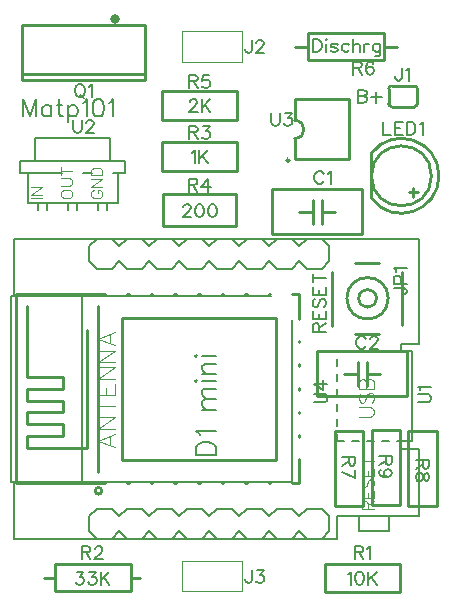
<source format=gto>
G04 Layer: TopSilkscreenLayer*
G04 EasyEDA v6.5.40, 2024-02-04 03:55:30*
G04 936758304a9441538e57e2a98c5da18a,153482dac41149f1974aef67bcea995d,10*
G04 Gerber Generator version 0.2*
G04 Scale: 100 percent, Rotated: No, Reflected: No *
G04 Dimensions in millimeters *
G04 leading zeros omitted , absolute positions ,4 integer and 5 decimal *
%FSLAX45Y45*%
%MOMM*%

%ADD10C,0.1524*%
%ADD11C,0.2032*%
%ADD12C,0.1219*%
%ADD13C,0.1422*%
%ADD14C,0.0813*%
%ADD15C,0.1016*%
%ADD16C,0.2540*%
%ADD17C,0.1200*%
%ADD18C,0.1270*%
%ADD19C,0.4000*%
%ADD20C,0.0129*%

%LPD*%
D10*
X2578100Y4814315D02*
G01*
X2578100Y4705350D01*
X2578100Y4814315D02*
G01*
X2614422Y4814315D01*
X2630170Y4809236D01*
X2640329Y4798821D01*
X2645663Y4788407D01*
X2650743Y4772660D01*
X2650743Y4746752D01*
X2645663Y4731257D01*
X2640329Y4720844D01*
X2630170Y4710429D01*
X2614422Y4705350D01*
X2578100Y4705350D01*
X2685034Y4814315D02*
G01*
X2690368Y4809236D01*
X2695447Y4814315D01*
X2690368Y4819650D01*
X2685034Y4814315D01*
X2690368Y4777994D02*
G01*
X2690368Y4705350D01*
X2786888Y4762500D02*
G01*
X2781808Y4772660D01*
X2766059Y4777994D01*
X2750565Y4777994D01*
X2735072Y4772660D01*
X2729738Y4762500D01*
X2735072Y4752086D01*
X2745486Y4746752D01*
X2771393Y4741671D01*
X2781808Y4736337D01*
X2786888Y4725923D01*
X2786888Y4720844D01*
X2781808Y4710429D01*
X2766059Y4705350D01*
X2750565Y4705350D01*
X2735072Y4710429D01*
X2729738Y4720844D01*
X2883661Y4762500D02*
G01*
X2873247Y4772660D01*
X2862834Y4777994D01*
X2847340Y4777994D01*
X2836925Y4772660D01*
X2826511Y4762500D01*
X2821177Y4746752D01*
X2821177Y4736337D01*
X2826511Y4720844D01*
X2836925Y4710429D01*
X2847340Y4705350D01*
X2862834Y4705350D01*
X2873247Y4710429D01*
X2883661Y4720844D01*
X2917952Y4814315D02*
G01*
X2917952Y4705350D01*
X2917952Y4757165D02*
G01*
X2933445Y4772660D01*
X2943859Y4777994D01*
X2959354Y4777994D01*
X2969768Y4772660D01*
X2975102Y4757165D01*
X2975102Y4705350D01*
X3009391Y4777994D02*
G01*
X3009391Y4705350D01*
X3009391Y4746752D02*
G01*
X3014472Y4762500D01*
X3024886Y4772660D01*
X3035300Y4777994D01*
X3050793Y4777994D01*
X3147568Y4777994D02*
G01*
X3147568Y4694936D01*
X3142234Y4679187D01*
X3137154Y4674107D01*
X3126740Y4668773D01*
X3111245Y4668773D01*
X3100831Y4674107D01*
X3147568Y4762500D02*
G01*
X3137154Y4772660D01*
X3126740Y4777994D01*
X3111245Y4777994D01*
X3100831Y4772660D01*
X3090418Y4762500D01*
X3085084Y4746752D01*
X3085084Y4736337D01*
X3090418Y4720844D01*
X3100831Y4710429D01*
X3111245Y4705350D01*
X3126740Y4705350D01*
X3137154Y4710429D01*
X3147568Y4720844D01*
X1534104Y4280407D02*
G01*
X1534104Y4285487D01*
X1539438Y4295902D01*
X1544518Y4301236D01*
X1554932Y4306315D01*
X1575760Y4306315D01*
X1586174Y4301236D01*
X1591254Y4295902D01*
X1596588Y4285487D01*
X1596588Y4275073D01*
X1591254Y4264660D01*
X1580840Y4249165D01*
X1529024Y4197350D01*
X1601668Y4197350D01*
X1635958Y4306315D02*
G01*
X1635958Y4197350D01*
X1708856Y4306315D02*
G01*
X1635958Y4233671D01*
X1661866Y4259579D02*
G01*
X1708856Y4197350D01*
X1552516Y3853687D02*
G01*
X1562930Y3859021D01*
X1578424Y3874515D01*
X1578424Y3765550D01*
X1612714Y3874515D02*
G01*
X1612714Y3765550D01*
X1685358Y3874515D02*
G01*
X1612714Y3801871D01*
X1638622Y3827779D02*
G01*
X1685358Y3765550D01*
X1480637Y3391407D02*
G01*
X1480637Y3396487D01*
X1485971Y3406902D01*
X1491051Y3412236D01*
X1501465Y3417315D01*
X1522293Y3417315D01*
X1532707Y3412236D01*
X1537787Y3406902D01*
X1543121Y3396487D01*
X1543121Y3386073D01*
X1537787Y3375660D01*
X1527373Y3360165D01*
X1475557Y3308350D01*
X1548201Y3308350D01*
X1613733Y3417315D02*
G01*
X1598239Y3412236D01*
X1587825Y3396487D01*
X1582491Y3370579D01*
X1582491Y3355086D01*
X1587825Y3328923D01*
X1598239Y3313429D01*
X1613733Y3308350D01*
X1624147Y3308350D01*
X1639641Y3313429D01*
X1650055Y3328923D01*
X1655389Y3355086D01*
X1655389Y3370579D01*
X1650055Y3396487D01*
X1639641Y3412236D01*
X1624147Y3417315D01*
X1613733Y3417315D01*
X1720667Y3417315D02*
G01*
X1705173Y3412236D01*
X1694759Y3396487D01*
X1689679Y3370579D01*
X1689679Y3355086D01*
X1694759Y3328923D01*
X1705173Y3313429D01*
X1720667Y3308350D01*
X1731081Y3308350D01*
X1746829Y3313429D01*
X1756989Y3328923D01*
X1762323Y3355086D01*
X1762323Y3370579D01*
X1756989Y3396487D01*
X1746829Y3412236D01*
X1731081Y3417315D01*
X1720667Y3417315D01*
X578230Y305815D02*
G01*
X635380Y305815D01*
X604138Y264160D01*
X619887Y264160D01*
X630046Y259079D01*
X635380Y254000D01*
X640461Y238252D01*
X640461Y227837D01*
X635380Y212344D01*
X624967Y201929D01*
X609472Y196850D01*
X593725Y196850D01*
X578230Y201929D01*
X572896Y207010D01*
X567817Y217423D01*
X685164Y305815D02*
G01*
X742314Y305815D01*
X711327Y264160D01*
X726820Y264160D01*
X737235Y259079D01*
X742314Y254000D01*
X747648Y238252D01*
X747648Y227837D01*
X742314Y212344D01*
X731901Y201929D01*
X716406Y196850D01*
X700912Y196850D01*
X685164Y201929D01*
X680085Y207010D01*
X674751Y217423D01*
X781938Y305815D02*
G01*
X781938Y196850D01*
X854582Y305815D02*
G01*
X781938Y233171D01*
X807846Y259079D02*
G01*
X854582Y196850D01*
X2877177Y284987D02*
G01*
X2887591Y290321D01*
X2903085Y305815D01*
X2903085Y196850D01*
X2968617Y305815D02*
G01*
X2953123Y300736D01*
X2942709Y284987D01*
X2937375Y259079D01*
X2937375Y243586D01*
X2942709Y217423D01*
X2953123Y201929D01*
X2968617Y196850D01*
X2979031Y196850D01*
X2994525Y201929D01*
X3004939Y217423D01*
X3010273Y243586D01*
X3010273Y259079D01*
X3004939Y284987D01*
X2994525Y300736D01*
X2979031Y305815D01*
X2968617Y305815D01*
X3044563Y305815D02*
G01*
X3044563Y196850D01*
X3117207Y305815D02*
G01*
X3044563Y233171D01*
X3070471Y259079D02*
G01*
X3117207Y196850D01*
X2959100Y4385182D02*
G01*
X2959100Y4276217D01*
X2959100Y4385182D02*
G01*
X3005836Y4385182D01*
X3021329Y4380103D01*
X3026663Y4374769D01*
X3031743Y4364354D01*
X3031743Y4353940D01*
X3026663Y4343527D01*
X3021329Y4338446D01*
X3005836Y4333367D01*
X2959100Y4333367D02*
G01*
X3005836Y4333367D01*
X3021329Y4328032D01*
X3026663Y4322953D01*
X3031743Y4312538D01*
X3031743Y4296790D01*
X3026663Y4286377D01*
X3021329Y4281296D01*
X3005836Y4276217D01*
X2959100Y4276217D01*
X3112770Y4369688D02*
G01*
X3112770Y4276217D01*
X3066034Y4322953D02*
G01*
X3159759Y4322953D01*
D11*
X127000Y4304284D02*
G01*
X127000Y4161028D01*
X127000Y4304284D02*
G01*
X181610Y4161028D01*
X235965Y4304284D02*
G01*
X181610Y4161028D01*
X235965Y4304284D02*
G01*
X235965Y4161028D01*
X362965Y4256531D02*
G01*
X362965Y4161028D01*
X362965Y4235957D02*
G01*
X349250Y4249673D01*
X335534Y4256531D01*
X315213Y4256531D01*
X301497Y4249673D01*
X287781Y4235957D01*
X281178Y4215637D01*
X281178Y4201921D01*
X287781Y4181602D01*
X301497Y4167886D01*
X315213Y4161028D01*
X335534Y4161028D01*
X349250Y4167886D01*
X362965Y4181602D01*
X428244Y4304284D02*
G01*
X428244Y4188460D01*
X435102Y4167886D01*
X448818Y4161028D01*
X462534Y4161028D01*
X407923Y4256531D02*
G01*
X455676Y4256531D01*
X507492Y4256531D02*
G01*
X507492Y4113276D01*
X507492Y4235957D02*
G01*
X521207Y4249673D01*
X534670Y4256531D01*
X555244Y4256531D01*
X568705Y4249673D01*
X582421Y4235957D01*
X589279Y4215637D01*
X589279Y4201921D01*
X582421Y4181602D01*
X568705Y4167886D01*
X555244Y4161028D01*
X534670Y4161028D01*
X521207Y4167886D01*
X507492Y4181602D01*
X634237Y4277105D02*
G01*
X647954Y4283710D01*
X668273Y4304284D01*
X668273Y4161028D01*
X754379Y4304284D02*
G01*
X733805Y4297426D01*
X720089Y4277105D01*
X713486Y4242815D01*
X713486Y4222495D01*
X720089Y4188460D01*
X733805Y4167886D01*
X754379Y4161028D01*
X767842Y4161028D01*
X788415Y4167886D01*
X801878Y4188460D01*
X808736Y4222495D01*
X808736Y4242815D01*
X801878Y4277105D01*
X788415Y4297426D01*
X767842Y4304284D01*
X754379Y4304284D01*
X853694Y4277105D02*
G01*
X867410Y4283710D01*
X887984Y4304284D01*
X887984Y4161028D01*
D10*
X3024377Y2273807D02*
G01*
X3019043Y2284221D01*
X3008629Y2294636D01*
X2998470Y2299715D01*
X2977641Y2299715D01*
X2967227Y2294636D01*
X2956813Y2284221D01*
X2951479Y2273807D01*
X2946400Y2258060D01*
X2946400Y2232152D01*
X2951479Y2216657D01*
X2956813Y2206244D01*
X2967227Y2195829D01*
X2977641Y2190750D01*
X2998470Y2190750D01*
X3008629Y2195829D01*
X3019043Y2206244D01*
X3024377Y2216657D01*
X3063747Y2273807D02*
G01*
X3063747Y2278887D01*
X3069081Y2289302D01*
X3074161Y2294636D01*
X3084575Y2299715D01*
X3105404Y2299715D01*
X3115818Y2294636D01*
X3120897Y2289302D01*
X3126231Y2278887D01*
X3126231Y2268473D01*
X3120897Y2258060D01*
X3110484Y2242565D01*
X3058668Y2190750D01*
X3131311Y2190750D01*
X3262884Y2706370D02*
G01*
X3345941Y2706370D01*
X3361690Y2701036D01*
X3366770Y2695955D01*
X3371850Y2685542D01*
X3371850Y2675128D01*
X3366770Y2664713D01*
X3361690Y2659379D01*
X3345941Y2654300D01*
X3335527Y2654300D01*
X3262884Y2740660D02*
G01*
X3371850Y2740660D01*
X3262884Y2740660D02*
G01*
X3262884Y2787395D01*
X3267963Y2802889D01*
X3273297Y2807970D01*
X3283711Y2813304D01*
X3299206Y2813304D01*
X3309620Y2807970D01*
X3314700Y2802889D01*
X3320034Y2787395D01*
X3320034Y2740660D01*
X3283711Y2847594D02*
G01*
X3278377Y2858007D01*
X3262884Y2873502D01*
X3371850Y2873502D01*
X2577084Y2336800D02*
G01*
X2686050Y2336800D01*
X2577084Y2336800D02*
G01*
X2577084Y2383536D01*
X2582163Y2399029D01*
X2587497Y2404363D01*
X2597911Y2409444D01*
X2608325Y2409444D01*
X2618740Y2404363D01*
X2623820Y2399029D01*
X2628900Y2383536D01*
X2628900Y2336800D01*
X2628900Y2373121D02*
G01*
X2686050Y2409444D01*
X2577084Y2443734D02*
G01*
X2686050Y2443734D01*
X2577084Y2443734D02*
G01*
X2577084Y2511297D01*
X2628900Y2443734D02*
G01*
X2628900Y2485389D01*
X2686050Y2443734D02*
G01*
X2686050Y2511297D01*
X2592577Y2618486D02*
G01*
X2582163Y2608071D01*
X2577084Y2592323D01*
X2577084Y2571750D01*
X2582163Y2556002D01*
X2592577Y2545587D01*
X2602991Y2545587D01*
X2613406Y2550921D01*
X2618740Y2556002D01*
X2623820Y2566415D01*
X2634234Y2597657D01*
X2639313Y2608071D01*
X2644647Y2613152D01*
X2655061Y2618486D01*
X2670556Y2618486D01*
X2680970Y2608071D01*
X2686050Y2592323D01*
X2686050Y2571750D01*
X2680970Y2556002D01*
X2670556Y2545587D01*
X2577084Y2652776D02*
G01*
X2686050Y2652776D01*
X2577084Y2652776D02*
G01*
X2577084Y2720339D01*
X2628900Y2652776D02*
G01*
X2628900Y2694178D01*
X2686050Y2652776D02*
G01*
X2686050Y2720339D01*
X2577084Y2790952D02*
G01*
X2686050Y2790952D01*
X2577084Y2754629D02*
G01*
X2577084Y2827273D01*
X2934715Y1276350D02*
G01*
X2825750Y1276350D01*
X2934715Y1276350D02*
G01*
X2934715Y1229613D01*
X2929636Y1214120D01*
X2924302Y1208786D01*
X2913888Y1203705D01*
X2903474Y1203705D01*
X2893059Y1208786D01*
X2887979Y1214120D01*
X2882900Y1229613D01*
X2882900Y1276350D01*
X2882900Y1240028D02*
G01*
X2825750Y1203705D01*
X2934715Y1096518D02*
G01*
X2825750Y1148587D01*
X2934715Y1169415D02*
G01*
X2934715Y1096518D01*
X3559360Y1250950D02*
G01*
X3450394Y1250950D01*
X3559360Y1250950D02*
G01*
X3559360Y1204213D01*
X3554280Y1188720D01*
X3548946Y1183386D01*
X3538532Y1178305D01*
X3528118Y1178305D01*
X3517704Y1183386D01*
X3512624Y1188720D01*
X3507544Y1204213D01*
X3507544Y1250950D01*
X3507544Y1214628D02*
G01*
X3450394Y1178305D01*
X3559360Y1117854D02*
G01*
X3554280Y1133602D01*
X3543866Y1138681D01*
X3533452Y1138681D01*
X3523038Y1133602D01*
X3517704Y1123187D01*
X3512624Y1102360D01*
X3507544Y1086865D01*
X3497130Y1076452D01*
X3486716Y1071118D01*
X3470968Y1071118D01*
X3460554Y1076452D01*
X3455474Y1081531D01*
X3450394Y1097279D01*
X3450394Y1117854D01*
X3455474Y1133602D01*
X3460554Y1138681D01*
X3470968Y1144015D01*
X3486716Y1144015D01*
X3497130Y1138681D01*
X3507544Y1128268D01*
X3512624Y1112773D01*
X3517704Y1091945D01*
X3523038Y1081531D01*
X3533452Y1076452D01*
X3543866Y1076452D01*
X3554280Y1081531D01*
X3559360Y1097279D01*
X3559360Y1117854D01*
X3245860Y1282700D02*
G01*
X3136894Y1282700D01*
X3245860Y1282700D02*
G01*
X3245860Y1235963D01*
X3240780Y1220470D01*
X3235446Y1215136D01*
X3225032Y1210055D01*
X3214618Y1210055D01*
X3204204Y1215136D01*
X3199124Y1220470D01*
X3194044Y1235963D01*
X3194044Y1282700D01*
X3194044Y1246378D02*
G01*
X3136894Y1210055D01*
X3209538Y1108202D02*
G01*
X3194044Y1113281D01*
X3183630Y1123695D01*
X3178296Y1139189D01*
X3178296Y1144523D01*
X3183630Y1160018D01*
X3194044Y1170431D01*
X3209538Y1175765D01*
X3214618Y1175765D01*
X3230366Y1170431D01*
X3240780Y1160018D01*
X3245860Y1144523D01*
X3245860Y1139189D01*
X3240780Y1123695D01*
X3230366Y1113281D01*
X3209538Y1108202D01*
X3183630Y1108202D01*
X3157468Y1113281D01*
X3141974Y1123695D01*
X3136894Y1139189D01*
X3136894Y1149604D01*
X3141974Y1165352D01*
X3152388Y1170431D01*
X2668777Y3670807D02*
G01*
X2663443Y3681221D01*
X2653029Y3691636D01*
X2642870Y3696715D01*
X2622041Y3696715D01*
X2611627Y3691636D01*
X2601213Y3681221D01*
X2595879Y3670807D01*
X2590800Y3655060D01*
X2590800Y3629152D01*
X2595879Y3613657D01*
X2601213Y3603244D01*
X2611627Y3592829D01*
X2622041Y3587750D01*
X2642870Y3587750D01*
X2653029Y3592829D01*
X2663443Y3603244D01*
X2668777Y3613657D01*
X2703068Y3675887D02*
G01*
X2713481Y3681221D01*
X2728975Y3696715D01*
X2728975Y3587750D01*
X3328670Y4573015D02*
G01*
X3328670Y4489957D01*
X3323336Y4474210D01*
X3318256Y4469129D01*
X3307841Y4464050D01*
X3297427Y4464050D01*
X3287013Y4469129D01*
X3281679Y4474210D01*
X3276600Y4489957D01*
X3276600Y4500371D01*
X3362959Y4552187D02*
G01*
X3373120Y4557521D01*
X3388868Y4573015D01*
X3388868Y4464050D01*
X2058670Y4807280D02*
G01*
X2058670Y4724222D01*
X2053336Y4708474D01*
X2048256Y4703394D01*
X2037841Y4698314D01*
X2027427Y4698314D01*
X2017013Y4703394D01*
X2011679Y4708474D01*
X2006600Y4724222D01*
X2006600Y4734636D01*
X2098040Y4781372D02*
G01*
X2098040Y4786452D01*
X2103120Y4796866D01*
X2108454Y4802200D01*
X2118868Y4807280D01*
X2139695Y4807280D01*
X2150109Y4802200D01*
X2155190Y4796866D01*
X2160270Y4786452D01*
X2160270Y4776038D01*
X2155190Y4765624D01*
X2144775Y4750130D01*
X2092959Y4698314D01*
X2165604Y4698314D01*
X2058670Y318515D02*
G01*
X2058670Y235457D01*
X2053336Y219710D01*
X2048256Y214629D01*
X2037841Y209550D01*
X2027427Y209550D01*
X2017013Y214629D01*
X2011679Y219710D01*
X2006600Y235457D01*
X2006600Y245871D01*
X2103120Y318515D02*
G01*
X2160270Y318515D01*
X2129281Y276860D01*
X2144775Y276860D01*
X2155190Y271779D01*
X2160270Y266700D01*
X2165604Y250952D01*
X2165604Y240537D01*
X2160270Y225044D01*
X2150109Y214629D01*
X2134361Y209550D01*
X2118868Y209550D01*
X2103120Y214629D01*
X2098040Y219710D01*
X2092959Y230123D01*
X3175000Y4115815D02*
G01*
X3175000Y4006850D01*
X3175000Y4006850D02*
G01*
X3237229Y4006850D01*
X3271520Y4115815D02*
G01*
X3271520Y4006850D01*
X3271520Y4115815D02*
G01*
X3339084Y4115815D01*
X3271520Y4064000D02*
G01*
X3313175Y4064000D01*
X3271520Y4006850D02*
G01*
X3339084Y4006850D01*
X3373374Y4115815D02*
G01*
X3373374Y4006850D01*
X3373374Y4115815D02*
G01*
X3409950Y4115815D01*
X3425443Y4110736D01*
X3435858Y4100321D01*
X3440938Y4089907D01*
X3446272Y4074160D01*
X3446272Y4048252D01*
X3440938Y4032757D01*
X3435858Y4022344D01*
X3425443Y4011929D01*
X3409950Y4006850D01*
X3373374Y4006850D01*
X3480561Y4094987D02*
G01*
X3490975Y4100321D01*
X3506470Y4115815D01*
X3506470Y4006850D01*
X594487Y4433315D02*
G01*
X584072Y4428236D01*
X573659Y4417821D01*
X568325Y4407407D01*
X563245Y4391660D01*
X563245Y4365752D01*
X568325Y4350257D01*
X573659Y4339844D01*
X584072Y4329429D01*
X594487Y4324350D01*
X615314Y4324350D01*
X625475Y4329429D01*
X635888Y4339844D01*
X641222Y4350257D01*
X646303Y4365752D01*
X646303Y4391660D01*
X641222Y4407407D01*
X635888Y4417821D01*
X625475Y4428236D01*
X615314Y4433315D01*
X594487Y4433315D01*
X609980Y4344923D02*
G01*
X641222Y4313936D01*
X680593Y4412487D02*
G01*
X691006Y4417821D01*
X706754Y4433315D01*
X706754Y4324350D01*
X2930641Y521715D02*
G01*
X2930641Y412750D01*
X2930641Y521715D02*
G01*
X2977377Y521715D01*
X2992871Y516636D01*
X2998205Y511302D01*
X3003285Y500887D01*
X3003285Y490473D01*
X2998205Y480060D01*
X2992871Y474979D01*
X2977377Y469900D01*
X2930641Y469900D01*
X2966963Y469900D02*
G01*
X3003285Y412750D01*
X3037575Y500887D02*
G01*
X3047989Y506221D01*
X3063737Y521715D01*
X3063737Y412750D01*
X621284Y521715D02*
G01*
X621284Y412750D01*
X621284Y521715D02*
G01*
X668020Y521715D01*
X683513Y516636D01*
X688847Y511302D01*
X693928Y500887D01*
X693928Y490473D01*
X688847Y480060D01*
X683513Y474979D01*
X668020Y469900D01*
X621284Y469900D01*
X657605Y469900D02*
G01*
X693928Y412750D01*
X733552Y495807D02*
G01*
X733552Y500887D01*
X738631Y511302D01*
X743965Y516636D01*
X754379Y521715D01*
X774954Y521715D01*
X785368Y516636D01*
X790702Y511302D01*
X795781Y500887D01*
X795781Y490473D01*
X790702Y480060D01*
X780287Y464565D01*
X728218Y412750D01*
X801115Y412750D01*
X1529021Y4077715D02*
G01*
X1529021Y3968750D01*
X1529021Y4077715D02*
G01*
X1575757Y4077715D01*
X1591251Y4072636D01*
X1596585Y4067302D01*
X1601665Y4056887D01*
X1601665Y4046473D01*
X1596585Y4036060D01*
X1591251Y4030979D01*
X1575757Y4025900D01*
X1529021Y4025900D01*
X1565343Y4025900D02*
G01*
X1601665Y3968750D01*
X1646369Y4077715D02*
G01*
X1703519Y4077715D01*
X1672531Y4036060D01*
X1688025Y4036060D01*
X1698439Y4030979D01*
X1703519Y4025900D01*
X1708853Y4010152D01*
X1708853Y3999737D01*
X1703519Y3984244D01*
X1693105Y3973829D01*
X1677611Y3968750D01*
X1662117Y3968750D01*
X1646369Y3973829D01*
X1641289Y3978910D01*
X1635955Y3989323D01*
X1526484Y3633215D02*
G01*
X1526484Y3524250D01*
X1526484Y3633215D02*
G01*
X1573220Y3633215D01*
X1588714Y3628136D01*
X1594048Y3622802D01*
X1599128Y3612387D01*
X1599128Y3601973D01*
X1594048Y3591560D01*
X1588714Y3586479D01*
X1573220Y3581400D01*
X1526484Y3581400D01*
X1562806Y3581400D02*
G01*
X1599128Y3524250D01*
X1685488Y3633215D02*
G01*
X1633418Y3560571D01*
X1711396Y3560571D01*
X1685488Y3633215D02*
G01*
X1685488Y3524250D01*
X1529021Y4509515D02*
G01*
X1529021Y4400550D01*
X1529021Y4509515D02*
G01*
X1575757Y4509515D01*
X1591251Y4504436D01*
X1596585Y4499102D01*
X1601665Y4488687D01*
X1601665Y4478273D01*
X1596585Y4467860D01*
X1591251Y4462779D01*
X1575757Y4457700D01*
X1529021Y4457700D01*
X1565343Y4457700D02*
G01*
X1601665Y4400550D01*
X1698439Y4509515D02*
G01*
X1646369Y4509515D01*
X1641289Y4462779D01*
X1646369Y4467860D01*
X1662117Y4473194D01*
X1677611Y4473194D01*
X1693105Y4467860D01*
X1703519Y4457700D01*
X1708853Y4441952D01*
X1708853Y4431537D01*
X1703519Y4416044D01*
X1693105Y4405629D01*
X1677611Y4400550D01*
X1662117Y4400550D01*
X1646369Y4405629D01*
X1641289Y4410710D01*
X1635955Y4421123D01*
X2921000Y4623815D02*
G01*
X2921000Y4514850D01*
X2921000Y4623815D02*
G01*
X2967736Y4623815D01*
X2983229Y4618736D01*
X2988563Y4613402D01*
X2993643Y4602987D01*
X2993643Y4592573D01*
X2988563Y4582160D01*
X2983229Y4577079D01*
X2967736Y4572000D01*
X2921000Y4572000D01*
X2957322Y4572000D02*
G01*
X2993643Y4514850D01*
X3090418Y4608321D02*
G01*
X3085084Y4618736D01*
X3069590Y4623815D01*
X3059175Y4623815D01*
X3043681Y4618736D01*
X3033268Y4602987D01*
X3027934Y4577079D01*
X3027934Y4551171D01*
X3033268Y4530344D01*
X3043681Y4519929D01*
X3059175Y4514850D01*
X3064509Y4514850D01*
X3080004Y4519929D01*
X3090418Y4530344D01*
X3095497Y4545837D01*
X3095497Y4551171D01*
X3090418Y4566665D01*
X3080004Y4577079D01*
X3064509Y4582160D01*
X3059175Y4582160D01*
X3043681Y4577079D01*
X3033268Y4566665D01*
X3027934Y4551171D01*
X3466084Y1739900D02*
G01*
X3544061Y1739900D01*
X3559556Y1744979D01*
X3569970Y1755394D01*
X3575050Y1771142D01*
X3575050Y1781555D01*
X3569970Y1797050D01*
X3559556Y1807463D01*
X3544061Y1812544D01*
X3466084Y1812544D01*
X3486911Y1846834D02*
G01*
X3481577Y1857247D01*
X3466084Y1872995D01*
X3575050Y1872995D01*
D12*
X760729Y1416601D02*
G01*
X906018Y1361229D01*
X760729Y1416601D02*
G01*
X906018Y1471973D01*
X857504Y1382057D02*
G01*
X857504Y1451399D01*
X760729Y1517693D02*
G01*
X906018Y1517693D01*
X760729Y1517693D02*
G01*
X906018Y1614721D01*
X760729Y1614721D02*
G01*
X906018Y1614721D01*
X760729Y1708955D02*
G01*
X906018Y1708955D01*
X760729Y1660441D02*
G01*
X760729Y1757469D01*
X760729Y1803189D02*
G01*
X906018Y1803189D01*
X760729Y1803189D02*
G01*
X760729Y1893359D01*
X829818Y1803189D02*
G01*
X829818Y1858561D01*
X906018Y1803189D02*
G01*
X906018Y1893359D01*
X760729Y1939079D02*
G01*
X906018Y1939079D01*
X760729Y1939079D02*
G01*
X906018Y2035853D01*
X760729Y2035853D02*
G01*
X906018Y2035853D01*
X760729Y2081573D02*
G01*
X906018Y2081573D01*
X760729Y2081573D02*
G01*
X906018Y2178601D01*
X760729Y2178601D02*
G01*
X906018Y2178601D01*
X760729Y2279693D02*
G01*
X906018Y2224321D01*
X760729Y2279693D02*
G01*
X906018Y2335319D01*
X857504Y2245149D02*
G01*
X857504Y2314491D01*
D13*
X1585976Y1294129D02*
G01*
X1755647Y1294129D01*
X1585976Y1294129D02*
G01*
X1585976Y1350771D01*
X1593850Y1374902D01*
X1610105Y1391157D01*
X1626362Y1399286D01*
X1650492Y1407160D01*
X1690878Y1407160D01*
X1715262Y1399286D01*
X1731263Y1391157D01*
X1747520Y1374902D01*
X1755647Y1350771D01*
X1755647Y1294129D01*
X1618234Y1460500D02*
G01*
X1610105Y1476755D01*
X1585976Y1501139D01*
X1755647Y1501139D01*
X1642363Y1678939D02*
G01*
X1755647Y1678939D01*
X1674876Y1678939D02*
G01*
X1650492Y1703070D01*
X1642363Y1719326D01*
X1642363Y1743455D01*
X1650492Y1759712D01*
X1674876Y1767839D01*
X1755647Y1767839D01*
X1674876Y1767839D02*
G01*
X1650492Y1791970D01*
X1642363Y1808226D01*
X1642363Y1832355D01*
X1650492Y1848612D01*
X1674876Y1856739D01*
X1755647Y1856739D01*
X1585976Y1910079D02*
G01*
X1593850Y1917954D01*
X1585976Y1926081D01*
X1577847Y1917954D01*
X1585976Y1910079D01*
X1642363Y1917954D02*
G01*
X1755647Y1917954D01*
X1642363Y1979421D02*
G01*
X1755647Y1979421D01*
X1674876Y1979421D02*
G01*
X1650492Y2003805D01*
X1642363Y2019807D01*
X1642363Y2044192D01*
X1650492Y2060194D01*
X1674876Y2068321D01*
X1755647Y2068321D01*
X1585976Y2121662D02*
G01*
X1593850Y2129789D01*
X1585976Y2137918D01*
X1577847Y2129789D01*
X1585976Y2121662D01*
X1642363Y2129789D02*
G01*
X1755647Y2129789D01*
D14*
X2996184Y838200D02*
G01*
X3093211Y838200D01*
X2996184Y838200D02*
G01*
X2996184Y879855D01*
X3001009Y893571D01*
X3005581Y898144D01*
X3014725Y902970D01*
X3023870Y902970D01*
X3033268Y898144D01*
X3037840Y893571D01*
X3042411Y879855D01*
X3042411Y838200D01*
X3042411Y870457D02*
G01*
X3093211Y902970D01*
X2996184Y933450D02*
G01*
X3093211Y933450D01*
X2996184Y933450D02*
G01*
X2996184Y993394D01*
X3042411Y933450D02*
G01*
X3042411Y970279D01*
X3093211Y933450D02*
G01*
X3093211Y993394D01*
X3010154Y1088389D02*
G01*
X3001009Y1079245D01*
X2996184Y1065529D01*
X2996184Y1046987D01*
X3001009Y1033018D01*
X3010154Y1023873D01*
X3019297Y1023873D01*
X3028695Y1028445D01*
X3033268Y1033018D01*
X3037840Y1042415D01*
X3046984Y1070102D01*
X3051809Y1079245D01*
X3056381Y1083818D01*
X3065525Y1088389D01*
X3079495Y1088389D01*
X3088640Y1079245D01*
X3093211Y1065529D01*
X3093211Y1046987D01*
X3088640Y1033018D01*
X3079495Y1023873D01*
X2996184Y1118870D02*
G01*
X3093211Y1118870D01*
X2996184Y1118870D02*
G01*
X2996184Y1179068D01*
X3042411Y1118870D02*
G01*
X3042411Y1155954D01*
X3093211Y1118870D02*
G01*
X3093211Y1179068D01*
X2996184Y1241805D02*
G01*
X3093211Y1241805D01*
X2996184Y1209547D02*
G01*
X2996184Y1274063D01*
D15*
X2970529Y1619250D02*
G01*
X3057143Y1619250D01*
X3074670Y1625092D01*
X3086100Y1636521D01*
X3091941Y1653794D01*
X3091941Y1665478D01*
X3086100Y1682750D01*
X3074670Y1694179D01*
X3057143Y1700021D01*
X2970529Y1700021D01*
X2988056Y1818894D02*
G01*
X2976372Y1807463D01*
X2970529Y1790192D01*
X2970529Y1767078D01*
X2976372Y1749805D01*
X2988056Y1738121D01*
X2999486Y1738121D01*
X3011170Y1743963D01*
X3016758Y1749805D01*
X3022600Y1761236D01*
X3034029Y1795779D01*
X3039872Y1807463D01*
X3045713Y1813305D01*
X3057143Y1818894D01*
X3074670Y1818894D01*
X3086100Y1807463D01*
X3091941Y1790192D01*
X3091941Y1767078D01*
X3086100Y1749805D01*
X3074670Y1738121D01*
X2970529Y1856994D02*
G01*
X3091941Y1856994D01*
X2970529Y1856994D02*
G01*
X2970529Y1909063D01*
X2976372Y1926336D01*
X2982213Y1932178D01*
X2993643Y1938020D01*
X3005327Y1938020D01*
X3016758Y1932178D01*
X3022600Y1926336D01*
X3028441Y1909063D01*
X3028441Y1856994D02*
G01*
X3028441Y1909063D01*
X3034029Y1926336D01*
X3039872Y1932178D01*
X3051556Y1938020D01*
X3068827Y1938020D01*
X3080258Y1932178D01*
X3086100Y1926336D01*
X3091941Y1909063D01*
X3091941Y1856994D01*
D10*
X546100Y4128515D02*
G01*
X546100Y4050537D01*
X551179Y4035044D01*
X561594Y4024629D01*
X577342Y4019550D01*
X587755Y4019550D01*
X603250Y4024629D01*
X613663Y4035044D01*
X618744Y4050537D01*
X618744Y4128515D01*
X658368Y4102607D02*
G01*
X658368Y4107687D01*
X663447Y4118102D01*
X668781Y4123436D01*
X679195Y4128515D01*
X699770Y4128515D01*
X710184Y4123436D01*
X715518Y4118102D01*
X720597Y4107687D01*
X720597Y4097273D01*
X715518Y4086860D01*
X705104Y4071365D01*
X653034Y4019550D01*
X725931Y4019550D01*
D14*
X720597Y3536442D02*
G01*
X711454Y3531870D01*
X702310Y3522471D01*
X697484Y3513328D01*
X697484Y3494786D01*
X702310Y3485642D01*
X711454Y3476244D01*
X720597Y3471671D01*
X734568Y3467100D01*
X757681Y3467100D01*
X771397Y3471671D01*
X780795Y3476244D01*
X789939Y3485642D01*
X794512Y3494786D01*
X794512Y3513328D01*
X789939Y3522471D01*
X780795Y3531870D01*
X771397Y3536442D01*
X757681Y3536442D01*
X757681Y3513328D02*
G01*
X757681Y3536442D01*
X697484Y3566921D02*
G01*
X794512Y3566921D01*
X697484Y3566921D02*
G01*
X794512Y3631437D01*
X697484Y3631437D02*
G01*
X794512Y3631437D01*
X697484Y3661918D02*
G01*
X794512Y3661918D01*
X697484Y3661918D02*
G01*
X697484Y3694429D01*
X702310Y3708145D01*
X711454Y3717289D01*
X720597Y3722115D01*
X734568Y3726687D01*
X757681Y3726687D01*
X771397Y3722115D01*
X780795Y3717289D01*
X789939Y3708145D01*
X794512Y3694429D01*
X794512Y3661918D01*
X443484Y3494786D02*
G01*
X448310Y3485642D01*
X457454Y3476244D01*
X466597Y3471671D01*
X480568Y3467100D01*
X503681Y3467100D01*
X517397Y3471671D01*
X526795Y3476244D01*
X535939Y3485642D01*
X540512Y3494786D01*
X540512Y3513328D01*
X535939Y3522471D01*
X526795Y3531870D01*
X517397Y3536442D01*
X503681Y3541013D01*
X480568Y3541013D01*
X466597Y3536442D01*
X457454Y3531870D01*
X448310Y3522471D01*
X443484Y3513328D01*
X443484Y3494786D01*
X443484Y3571494D02*
G01*
X512826Y3571494D01*
X526795Y3576065D01*
X535939Y3585210D01*
X540512Y3599179D01*
X540512Y3608323D01*
X535939Y3622294D01*
X526795Y3631437D01*
X512826Y3636010D01*
X443484Y3636010D01*
X443484Y3699002D02*
G01*
X540512Y3699002D01*
X443484Y3666489D02*
G01*
X443484Y3731260D01*
X189484Y3467100D02*
G01*
X286512Y3467100D01*
X189484Y3497579D02*
G01*
X286512Y3497579D01*
X189484Y3497579D02*
G01*
X286512Y3562350D01*
X189484Y3562350D02*
G01*
X286512Y3562350D01*
D10*
X2222500Y4192015D02*
G01*
X2222500Y4114037D01*
X2227579Y4098544D01*
X2237993Y4088129D01*
X2253741Y4083050D01*
X2264156Y4083050D01*
X2279650Y4088129D01*
X2290063Y4098544D01*
X2295143Y4114037D01*
X2295143Y4192015D01*
X2339847Y4192015D02*
G01*
X2396997Y4192015D01*
X2366009Y4150360D01*
X2381504Y4150360D01*
X2391918Y4145279D01*
X2396997Y4140200D01*
X2402331Y4124452D01*
X2402331Y4114037D01*
X2396997Y4098544D01*
X2386584Y4088129D01*
X2371090Y4083050D01*
X2355595Y4083050D01*
X2339847Y4088129D01*
X2334768Y4093210D01*
X2329434Y4103623D01*
X2589784Y1739900D02*
G01*
X2667761Y1739900D01*
X2683256Y1744979D01*
X2693670Y1755394D01*
X2698750Y1771142D01*
X2698750Y1781555D01*
X2693670Y1797050D01*
X2683256Y1807463D01*
X2667761Y1812544D01*
X2589784Y1812544D01*
X2589784Y1898904D02*
G01*
X2662427Y1846834D01*
X2662427Y1924812D01*
X2589784Y1898904D02*
G01*
X2698750Y1898904D01*
D16*
X3037199Y1981641D02*
G01*
X3149600Y1981641D01*
X2957200Y1980758D02*
G01*
X2844800Y1980758D01*
X3037199Y1881200D02*
G01*
X3037199Y2081199D01*
X2957200Y2081199D02*
G01*
X2957200Y1881200D01*
X2616200Y2171700D02*
G01*
X3378200Y2171700D01*
X3378200Y2171700D02*
G01*
X3378200Y1790700D01*
X3378200Y1790700D02*
G01*
X2616200Y1790700D01*
X2616200Y1790700D02*
G01*
X2616200Y2171700D01*
X3335299Y2843631D02*
G01*
X3335299Y2396200D01*
X3139747Y2316200D02*
G01*
X2930852Y2316200D01*
X3139747Y2916199D02*
G01*
X2930852Y2916199D01*
X2735300Y2843631D02*
G01*
X2735300Y2388768D01*
X3002899Y1496100D02*
G01*
X3002899Y866099D01*
X3002899Y866099D02*
G01*
X2762900Y866099D01*
X2762900Y866099D02*
G01*
X2762900Y1496100D01*
X2762900Y1496100D02*
G01*
X3002899Y1496100D01*
X3625199Y1496100D02*
G01*
X3625199Y866099D01*
X3625199Y866099D02*
G01*
X3385200Y866099D01*
X3385200Y866099D02*
G01*
X3385200Y1496100D01*
X3385200Y1496100D02*
G01*
X3625199Y1496100D01*
X3314044Y1502450D02*
G01*
X3314044Y872449D01*
X3314044Y872449D02*
G01*
X3074045Y872449D01*
X3074045Y872449D02*
G01*
X3074045Y1502450D01*
X3074045Y1502450D02*
G01*
X3314044Y1502450D01*
X2656199Y3353241D02*
G01*
X2768600Y3353241D01*
X2576200Y3352358D02*
G01*
X2463800Y3352358D01*
X2656199Y3252800D02*
G01*
X2656199Y3452799D01*
X2576200Y3452799D02*
G01*
X2576200Y3252800D01*
X2235200Y3543300D02*
G01*
X2997200Y3543300D01*
X2997200Y3543300D02*
G01*
X2997200Y3162300D01*
X2997200Y3162300D02*
G01*
X2235200Y3162300D01*
X2235200Y3162300D02*
G01*
X2235200Y3543300D01*
X3435350Y4241800D02*
G01*
X3244850Y4241800D01*
X3244850Y4419600D02*
G01*
X3435350Y4419600D01*
X3460750Y4394200D02*
G01*
X3460750Y4267200D01*
X3219450Y4394200D02*
G01*
X3219450Y4267200D01*
D17*
X1974850Y4882799D02*
G01*
X1467645Y4882799D01*
X1467645Y4876800D02*
G01*
X1467645Y4622800D01*
X1974850Y4622800D01*
X1974850Y4882799D01*
X1974850Y399699D02*
G01*
X1467645Y399699D01*
X1467645Y393700D02*
G01*
X1467645Y139700D01*
X1974850Y139700D01*
X1974850Y399699D01*
D16*
X3429294Y3555710D02*
G01*
X3429294Y3479510D01*
X3073400Y3848100D02*
G01*
X3073400Y3467100D01*
X3467404Y3517595D02*
G01*
X3391204Y3517595D01*
X114302Y4521197D02*
G01*
X1155702Y4521197D01*
X1155014Y4471695D02*
G01*
X115011Y4471695D01*
X115011Y4931689D01*
X1155014Y4931689D01*
X1155014Y4471695D01*
X2682199Y373999D02*
G01*
X3312200Y373999D01*
X3312200Y373999D02*
G01*
X3312200Y134000D01*
X3312200Y134000D02*
G01*
X2682199Y134000D01*
X2682199Y134000D02*
G01*
X2682199Y373999D01*
X380994Y254000D02*
G01*
X304794Y254000D01*
X1041394Y254000D02*
G01*
X1117594Y254000D01*
X393687Y368300D02*
G01*
X1041387Y368300D01*
X1041387Y139700D01*
X393687Y139700D01*
X393687Y368300D01*
X1303942Y3942699D02*
G01*
X1933943Y3942699D01*
X1933943Y3942699D02*
G01*
X1933943Y3702700D01*
X1933943Y3702700D02*
G01*
X1303942Y3702700D01*
X1303942Y3702700D02*
G01*
X1303942Y3942699D01*
X1308943Y3500498D02*
G01*
X1928942Y3500501D01*
X1308943Y3230501D02*
G01*
X1928942Y3230498D01*
X1928942Y3230501D02*
G01*
X1928942Y3500501D01*
X1308943Y3230498D02*
G01*
X1308943Y3500498D01*
X1303942Y4374499D02*
G01*
X1933943Y4374499D01*
X1933943Y4374499D02*
G01*
X1933943Y4134500D01*
X1933943Y4134500D02*
G01*
X1303942Y4134500D01*
X1303942Y4134500D02*
G01*
X1303942Y4374499D01*
X2425621Y4749800D02*
G01*
X2532499Y4749800D01*
X3182500Y4749396D02*
G01*
X3289378Y4749396D01*
X2532499Y4634798D02*
G01*
X2532499Y4864801D01*
X2532499Y4864801D02*
G01*
X3182500Y4864801D01*
X3182500Y4861798D02*
G01*
X3182500Y4637801D01*
X3182500Y4634798D02*
G01*
X2532499Y4634798D01*
D18*
X1511300Y584200D02*
G01*
X1447800Y647700D01*
X1384300Y584200D01*
X1257300Y584200D01*
X1193800Y647700D01*
X1130300Y584200D01*
X1003300Y584200D01*
X939800Y647700D01*
X876300Y584200D01*
X749300Y584200D01*
X685800Y647700D01*
X685800Y774700D01*
X749300Y838200D01*
X876300Y838200D01*
X939800Y774700D01*
X1003300Y838200D01*
X1130300Y838200D01*
X1193800Y774700D01*
X1257300Y838200D01*
X1384300Y838200D01*
X1447800Y774700D01*
X1511300Y838200D01*
X1638300Y838200D01*
X1701800Y774700D01*
X1765300Y838200D01*
X1892300Y838200D01*
X1955800Y774700D01*
X2019300Y838200D01*
X2146300Y838200D01*
X2209800Y774700D01*
X2273300Y838200D01*
X2400300Y838200D01*
X2463800Y774700D01*
X2527300Y838200D01*
X2654300Y838200D01*
X2717800Y774700D01*
X2717800Y647700D01*
X2654300Y584200D01*
X1638300Y584200D02*
G01*
X1701800Y647700D01*
X1765300Y584200D01*
X1892300Y584200D02*
G01*
X1955800Y647700D01*
X2019300Y584200D01*
X2146300Y584200D02*
G01*
X2209800Y647700D01*
X2273300Y584200D01*
X2400300Y584200D02*
G01*
X2463800Y647700D01*
X2527300Y584200D01*
X749300Y584200D02*
G01*
X50800Y584200D01*
X50800Y1066800D01*
X622300Y1066800D01*
X622300Y2641600D01*
X2222500Y2641600D01*
X622300Y2641600D02*
G01*
X50800Y2641600D01*
X50800Y3124200D01*
X749300Y3124200D01*
X876300Y3124200D01*
X1003300Y3124200D01*
X1130300Y3124200D01*
X1257300Y3124200D01*
X1384300Y3124200D01*
X3479800Y3124200D01*
X3479800Y2235200D01*
X3327400Y2235200D01*
X3327400Y2171700D01*
X3289300Y2171700D01*
X1257300Y584200D02*
G01*
X1130300Y584200D01*
X1003300Y584200D02*
G01*
X876300Y584200D01*
X1384300Y3124200D02*
G01*
X1447800Y3060700D01*
X1511300Y3124200D01*
X1638300Y3124200D02*
G01*
X1701800Y3060700D01*
X1765300Y3124200D01*
X1892300Y3124200D02*
G01*
X1955800Y3060700D01*
X2019300Y3124200D01*
X2146300Y3124200D02*
G01*
X2209800Y3060700D01*
X2273300Y3124200D01*
X2400300Y3124200D02*
G01*
X2463800Y3060700D01*
X2527300Y3124200D01*
X2654300Y3124200D02*
G01*
X2717800Y3060700D01*
X2717800Y2933700D01*
X2654300Y2870200D01*
X2527300Y2870200D01*
X2463800Y2933700D01*
X2400300Y2870200D01*
X2273300Y2870200D01*
X2209800Y2933700D01*
X2146300Y2870200D01*
X2019300Y2870200D01*
X1955800Y2933700D01*
X1892300Y2870200D01*
X1765300Y2870200D01*
X1701800Y2933700D01*
X1638300Y2870200D01*
X1511300Y2870200D01*
X1447800Y2933700D01*
X1384300Y2870200D01*
X1257300Y2870200D01*
X1193800Y2933700D01*
X1130300Y2870200D01*
X1003300Y2870200D01*
X939800Y2933700D01*
X876300Y2870200D01*
X749300Y2870200D01*
X685800Y2933700D01*
X685800Y3060700D01*
X749300Y3124200D01*
X876300Y3124200D02*
G01*
X939800Y3060700D01*
X1003300Y3124200D01*
X1130300Y3124200D02*
G01*
X1193800Y3060700D01*
X1257300Y3124200D01*
X1384300Y584200D02*
G01*
X2781300Y584200D01*
X2781300Y774700D01*
X2971800Y774700D01*
X3225800Y774700D01*
X3479800Y774700D01*
X3479800Y1346200D01*
X3327400Y1346200D01*
X3327400Y1409700D01*
X3289300Y1409700D01*
X2971800Y774700D02*
G01*
X2971800Y647700D01*
X3225800Y647700D01*
X3225800Y774700D01*
X3327400Y1409700D02*
G01*
X3416300Y1409700D01*
X3416300Y2171700D01*
X3327400Y2171700D01*
X2781300Y1473200D02*
G01*
X2781300Y1409700D01*
X2844800Y1409700D01*
X2908300Y1409700D02*
G01*
X2971800Y1409700D01*
X3035300Y1409700D02*
G01*
X3098800Y1409700D01*
X3162300Y1409700D02*
G01*
X3225800Y1409700D01*
X2781300Y1536700D02*
G01*
X2781300Y1600200D01*
X2781300Y1663700D02*
G01*
X2781300Y1727200D01*
X2781300Y1790700D02*
G01*
X2781300Y1854200D01*
X2781300Y1917700D02*
G01*
X2781300Y1981200D01*
X2781300Y2044700D02*
G01*
X2781300Y2108200D01*
X2781300Y2171700D02*
G01*
X2844800Y2171700D01*
X2908300Y2171700D02*
G01*
X2971800Y2171700D01*
X3035300Y2171700D02*
G01*
X3098800Y2171700D01*
X3162300Y2171700D02*
G01*
X3225800Y2171700D01*
X50800Y1066800D02*
G01*
X25400Y1066800D01*
X25400Y2641600D01*
X50800Y2641600D01*
X622300Y1066800D02*
G01*
X2400300Y1066800D01*
X2400300Y2438400D01*
X457200Y3683000D02*
G01*
X165100Y3683000D01*
X101600Y3683000D01*
X101600Y3784600D01*
X228600Y3784600D01*
X863600Y3784600D01*
X990600Y3784600D01*
X990600Y3683000D01*
X927100Y3683000D01*
X927100Y3429000D01*
X838200Y3429000D01*
X762000Y3429000D01*
X584200Y3429000D01*
X508000Y3429000D01*
X330200Y3429000D01*
X254000Y3429000D01*
X165100Y3429000D01*
X165100Y3683000D01*
X254000Y3429000D02*
G01*
X254000Y3365500D01*
X330200Y3429000D02*
G01*
X330200Y3365500D01*
X508000Y3429000D02*
G01*
X508000Y3365500D01*
X762000Y3429000D02*
G01*
X762000Y3365500D01*
X584200Y3429000D02*
G01*
X584200Y3365500D01*
X838200Y3429000D02*
G01*
X838200Y3365500D01*
X863600Y3784600D02*
G01*
X863600Y3975100D01*
X228600Y3975100D01*
X228600Y3784600D01*
X711200Y3683000D02*
G01*
X635000Y3683000D01*
X927100Y3683000D02*
G01*
X889000Y3683000D01*
D16*
X2425191Y3797104D02*
G01*
X2882391Y3797104D01*
X2882391Y4304504D02*
G01*
X2882391Y3797104D01*
X2425191Y3974304D02*
G01*
X2425191Y3797104D01*
X2425191Y4304504D02*
G01*
X2425191Y4126704D01*
X2425191Y4304504D02*
G01*
X2882391Y4304504D01*
X1018225Y1054100D02*
G01*
X1004453Y1054100D01*
X1218224Y1054100D02*
G01*
X1204452Y1054100D01*
X1418224Y1054100D02*
G01*
X1404452Y1054100D01*
X1618223Y1054100D02*
G01*
X1604451Y1054100D01*
X1818223Y1054100D02*
G01*
X1804451Y1054100D01*
X2018223Y1054100D02*
G01*
X2004451Y1054100D01*
X2218222Y1054100D02*
G01*
X2204450Y1054100D01*
X2461094Y1261087D02*
G01*
X2461094Y1054100D01*
X2404450Y1054100D01*
X2461094Y1460883D02*
G01*
X2461094Y1447314D01*
X2461094Y1660756D02*
G01*
X2461094Y1647111D01*
X2461094Y1860831D02*
G01*
X2461094Y1846983D01*
X2461094Y2060755D02*
G01*
X2461094Y2047059D01*
X2461094Y2260754D02*
G01*
X2461094Y2246983D01*
X2404450Y2654045D02*
G01*
X2461094Y2654045D01*
X2461094Y2446982D01*
X2204450Y2654045D02*
G01*
X2218222Y2654045D01*
X2004451Y2654045D02*
G01*
X2018223Y2654045D01*
X1804451Y2654045D02*
G01*
X1818223Y2654045D01*
X1604451Y2654045D02*
G01*
X1618223Y2654045D01*
X1404452Y2654045D02*
G01*
X1418224Y2654045D01*
X1204452Y2654045D02*
G01*
X1218224Y2654045D01*
X1004453Y2654045D02*
G01*
X1018225Y2654045D01*
X818225Y1054100D02*
G01*
X61318Y1054100D01*
X61318Y2654045D02*
G01*
X818225Y2654045D01*
X661316Y2354046D02*
G01*
X661316Y1354048D01*
X161317Y1354048D01*
X161317Y1454048D01*
X461317Y1454048D01*
X461317Y1554048D01*
X161317Y1554048D01*
X161317Y1654047D01*
X461317Y1654047D01*
X461317Y1754047D01*
X161317Y1754047D01*
X161317Y1854047D01*
X461317Y1854047D01*
X461317Y1954047D01*
X161317Y1954047D01*
X161317Y2554046D01*
X961316Y1254048D02*
G01*
X2261313Y1254048D01*
X2261313Y2454046D01*
X961316Y2454046D01*
X961316Y1254048D01*
X761316Y1154048D02*
G01*
X761316Y2554046D01*
X61318Y1054049D02*
G01*
X61318Y2654045D01*
G75*
G01*
X3460750Y4394200D02*
G03*
X3435350Y4419600I-25400J0D01*
G75*
G01*
X3435350Y4241800D02*
G03*
X3460750Y4267200I0J25400D01*
G75*
G01*
X3219450Y4267200D02*
G03*
X3244850Y4241800I25400J0D01*
G75*
G01*
X3244850Y4419600D02*
G03*
X3219450Y4394200I0J-25400D01*
G75*
G01*
X3073400Y3848100D02*
G02*
X3073400Y3467100I254000J-190500D01*
D19*
G75*
G01*
X901700Y4965700D02*
G03*
X901446Y4965700I-127J20000D01*
D16*
G75*
G01*
X2425192Y4126705D02*
G02*
X2425192Y3974305I0J-76200D01*
G75*
G01
X3115056Y2620772D02*
G03X3115056Y2620772I-74930J0D01*
G75*
G01
X3215132Y2620772D02*
G03X3215132Y2620772I-175006J0D01*
G75*
G01
X3581400Y3657600D02*
G03X3581400Y3657600I-254000J0D01*
G75*
G01
X2378761Y3790036D02*
G03X2378761Y3790036I-12700J0D01*
G75*
G01
X790397Y990600D02*
G03X790397Y990600I-28397J0D01*
M02*

</source>
